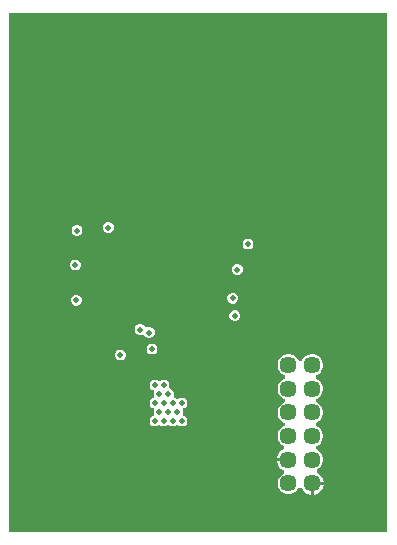
<source format=gbr>
%TF.GenerationSoftware,Altium Limited,Altium Designer,24.10.1 (45)*%
G04 Layer_Physical_Order=2*
G04 Layer_Color=36540*
%FSLAX45Y45*%
%MOMM*%
%TF.SameCoordinates,BD69F3EC-0890-4BE1-91DE-E58431A91F3E*%
%TF.FilePolarity,Positive*%
%TF.FileFunction,Copper,L2,Inr,Signal*%
%TF.Part,Single*%
G01*
G75*
%TA.AperFunction,ComponentPad*%
%ADD35C,1.44780*%
%ADD36C,0.50800*%
%TA.AperFunction,ViaPad*%
%ADD37C,0.50800*%
G36*
X1930400Y-2108200D02*
X-1270000D01*
Y2286000D01*
X1930400D01*
Y-2108200D01*
D02*
G37*
%LPC*%
G36*
X-422769Y515300D02*
X-440831D01*
X-457517Y508388D01*
X-470288Y495617D01*
X-477200Y478931D01*
Y460869D01*
X-470288Y444183D01*
X-457517Y431412D01*
X-440831Y424500D01*
X-422769D01*
X-406083Y431412D01*
X-393312Y444183D01*
X-386400Y460869D01*
Y478931D01*
X-393312Y495617D01*
X-406083Y508388D01*
X-422769Y515300D01*
D02*
G37*
G36*
X-689469Y489900D02*
X-707531D01*
X-724217Y482988D01*
X-736988Y470217D01*
X-743900Y453531D01*
Y435469D01*
X-736988Y418783D01*
X-724217Y406012D01*
X-707531Y399100D01*
X-689469D01*
X-672783Y406012D01*
X-660012Y418783D01*
X-653100Y435469D01*
Y453531D01*
X-660012Y470217D01*
X-672783Y482988D01*
X-689469Y489900D01*
D02*
G37*
G36*
X758331Y375600D02*
X740269D01*
X723583Y368688D01*
X710812Y355917D01*
X703900Y339231D01*
Y321169D01*
X710812Y304483D01*
X723583Y291712D01*
X740269Y284800D01*
X758331D01*
X775017Y291712D01*
X787788Y304483D01*
X794700Y321169D01*
Y339231D01*
X787788Y355917D01*
X775017Y368688D01*
X758331Y375600D01*
D02*
G37*
G36*
X-702169Y197800D02*
X-720231D01*
X-736917Y190888D01*
X-749688Y178117D01*
X-756600Y161431D01*
Y143369D01*
X-749688Y126683D01*
X-736917Y113912D01*
X-720231Y107000D01*
X-702169D01*
X-685483Y113912D01*
X-672712Y126683D01*
X-665800Y143369D01*
Y161431D01*
X-672712Y178117D01*
X-685483Y190888D01*
X-702169Y197800D01*
D02*
G37*
G36*
X669431Y159700D02*
X651369D01*
X634683Y152788D01*
X621912Y140017D01*
X615000Y123331D01*
Y105269D01*
X621912Y88583D01*
X634683Y75812D01*
X651369Y68900D01*
X669431D01*
X686117Y75812D01*
X698888Y88583D01*
X705800Y105269D01*
Y123331D01*
X698888Y140017D01*
X686117Y152788D01*
X669431Y159700D01*
D02*
G37*
G36*
X630115Y-84186D02*
X612053D01*
X595367Y-91098D01*
X582596Y-103869D01*
X575684Y-120555D01*
Y-138617D01*
X582596Y-155303D01*
X595367Y-168074D01*
X612053Y-174986D01*
X630115D01*
X646801Y-168074D01*
X659572Y-155303D01*
X666484Y-138617D01*
Y-120555D01*
X659572Y-103869D01*
X646801Y-91098D01*
X630115Y-84186D01*
D02*
G37*
G36*
X-694549Y-101920D02*
X-712611D01*
X-729297Y-108832D01*
X-742068Y-121603D01*
X-748980Y-138289D01*
Y-156351D01*
X-742068Y-173037D01*
X-729297Y-185808D01*
X-712611Y-192720D01*
X-694549D01*
X-677863Y-185808D01*
X-665092Y-173037D01*
X-658180Y-156351D01*
Y-138289D01*
X-665092Y-121603D01*
X-677863Y-108832D01*
X-694549Y-101920D01*
D02*
G37*
G36*
X646021Y-230322D02*
X627959D01*
X611273Y-237233D01*
X598502Y-250005D01*
X591590Y-266691D01*
Y-284752D01*
X598502Y-301439D01*
X611273Y-314210D01*
X627959Y-321122D01*
X646021D01*
X662707Y-314210D01*
X675478Y-301439D01*
X682390Y-284752D01*
Y-266691D01*
X675478Y-250005D01*
X662707Y-237233D01*
X646021Y-230322D01*
D02*
G37*
G36*
X-156069Y-348300D02*
X-174131D01*
X-190817Y-355212D01*
X-203588Y-367983D01*
X-210500Y-384669D01*
Y-402731D01*
X-203588Y-419417D01*
X-190817Y-432188D01*
X-174131Y-439100D01*
X-156069D01*
X-139383Y-432188D01*
X-125488Y-444817D01*
X-112717Y-457588D01*
X-96031Y-464500D01*
X-77969D01*
X-61283Y-457588D01*
X-48512Y-444817D01*
X-41600Y-428131D01*
Y-410069D01*
X-48512Y-393383D01*
X-61283Y-380612D01*
X-77969Y-373700D01*
X-96031D01*
X-112717Y-380612D01*
X-126612Y-367983D01*
X-139383Y-355212D01*
X-156069Y-348300D01*
D02*
G37*
G36*
X-54469Y-513400D02*
X-72531D01*
X-89217Y-520312D01*
X-101988Y-533083D01*
X-108900Y-549769D01*
Y-567831D01*
X-101988Y-584517D01*
X-89217Y-597288D01*
X-72531Y-604200D01*
X-54469D01*
X-37783Y-597288D01*
X-25012Y-584517D01*
X-18100Y-567831D01*
Y-549769D01*
X-25012Y-533083D01*
X-37783Y-520312D01*
X-54469Y-513400D01*
D02*
G37*
G36*
X-321169Y-564200D02*
X-339231D01*
X-355917Y-571112D01*
X-368688Y-583883D01*
X-375600Y-600569D01*
Y-618631D01*
X-368688Y-635317D01*
X-355917Y-648088D01*
X-339231Y-655000D01*
X-321169D01*
X-304483Y-648088D01*
X-291712Y-635317D01*
X-284800Y-618631D01*
Y-600569D01*
X-291712Y-583883D01*
X-304483Y-571112D01*
X-321169Y-564200D01*
D02*
G37*
G36*
X1304363Y-603010D02*
X1280037D01*
X1256539Y-609306D01*
X1235471Y-621469D01*
X1218270Y-638671D01*
X1206106Y-659739D01*
X1205348Y-662568D01*
X1179052D01*
X1178294Y-659739D01*
X1166131Y-638671D01*
X1148929Y-621469D01*
X1127861Y-609306D01*
X1104363Y-603010D01*
X1080037D01*
X1056539Y-609306D01*
X1035471Y-621469D01*
X1018269Y-638671D01*
X1006106Y-659739D01*
X999810Y-683237D01*
Y-707563D01*
X1006106Y-731061D01*
X1018269Y-752129D01*
X1035471Y-769330D01*
X1056539Y-781494D01*
X1059368Y-782252D01*
Y-808548D01*
X1056539Y-809306D01*
X1035471Y-821470D01*
X1018269Y-838671D01*
X1006106Y-859739D01*
X999810Y-883237D01*
Y-907563D01*
X1006106Y-931061D01*
X1018269Y-952129D01*
X1035471Y-969331D01*
X1056539Y-981494D01*
X1059368Y-982252D01*
Y-1008548D01*
X1056539Y-1009306D01*
X1035471Y-1021469D01*
X1018269Y-1038671D01*
X1006106Y-1059739D01*
X999810Y-1083237D01*
Y-1107563D01*
X1006106Y-1131061D01*
X1018269Y-1152129D01*
X1035471Y-1169330D01*
X1056539Y-1181494D01*
X1059368Y-1182252D01*
Y-1208548D01*
X1056539Y-1209306D01*
X1035471Y-1221469D01*
X1018269Y-1238671D01*
X1006106Y-1259739D01*
X999810Y-1283237D01*
Y-1307563D01*
X1006106Y-1331061D01*
X1018269Y-1352129D01*
X1035471Y-1369331D01*
X1051719Y-1378711D01*
X1053474Y-1395109D01*
X1050956Y-1406294D01*
X1032156Y-1417148D01*
X1013948Y-1435356D01*
X1001074Y-1457654D01*
X994410Y-1482526D01*
Y-1482700D01*
X1092200D01*
Y-1508100D01*
X994410D01*
Y-1508274D01*
X1001074Y-1533145D01*
X1013948Y-1555444D01*
X1032156Y-1573651D01*
X1050956Y-1584506D01*
X1053474Y-1595690D01*
X1051719Y-1612089D01*
X1035471Y-1621469D01*
X1018269Y-1638671D01*
X1006106Y-1659739D01*
X999810Y-1683237D01*
Y-1707563D01*
X1006106Y-1731061D01*
X1018269Y-1752129D01*
X1035471Y-1769330D01*
X1056539Y-1781494D01*
X1080037Y-1787790D01*
X1104363D01*
X1127861Y-1781494D01*
X1148929Y-1769330D01*
X1166131Y-1752129D01*
X1175511Y-1735881D01*
X1191909Y-1734126D01*
X1203094Y-1736644D01*
X1213949Y-1755444D01*
X1232156Y-1773652D01*
X1254455Y-1786526D01*
X1279326Y-1793190D01*
X1279500D01*
Y-1695401D01*
X1292200D01*
Y-1682701D01*
X1389990D01*
Y-1682526D01*
X1383326Y-1657655D01*
X1370452Y-1635356D01*
X1352244Y-1617148D01*
X1333444Y-1606294D01*
X1330926Y-1595109D01*
X1332681Y-1578711D01*
X1348929Y-1569330D01*
X1366131Y-1552129D01*
X1378294Y-1531061D01*
X1384590Y-1507563D01*
Y-1483237D01*
X1378294Y-1459739D01*
X1366131Y-1438671D01*
X1348929Y-1421469D01*
X1327861Y-1409306D01*
X1325032Y-1408548D01*
Y-1382252D01*
X1327861Y-1381494D01*
X1348929Y-1369331D01*
X1366131Y-1352129D01*
X1378294Y-1331061D01*
X1384590Y-1307563D01*
Y-1283237D01*
X1378294Y-1259739D01*
X1366131Y-1238671D01*
X1348929Y-1221469D01*
X1327861Y-1209306D01*
X1325032Y-1208548D01*
Y-1182252D01*
X1327861Y-1181494D01*
X1348929Y-1169330D01*
X1366131Y-1152129D01*
X1378294Y-1131061D01*
X1384590Y-1107563D01*
Y-1083237D01*
X1378294Y-1059739D01*
X1366131Y-1038671D01*
X1348929Y-1021469D01*
X1327861Y-1009306D01*
X1325032Y-1008548D01*
Y-982252D01*
X1327861Y-981494D01*
X1348929Y-969331D01*
X1366131Y-952129D01*
X1378294Y-931061D01*
X1384590Y-907563D01*
Y-883237D01*
X1378294Y-859739D01*
X1366131Y-838671D01*
X1348929Y-821470D01*
X1327861Y-809306D01*
X1325032Y-808548D01*
Y-782252D01*
X1327861Y-781494D01*
X1348929Y-769330D01*
X1366131Y-752129D01*
X1378294Y-731061D01*
X1384590Y-707563D01*
Y-683237D01*
X1378294Y-659739D01*
X1366131Y-638671D01*
X1348929Y-621469D01*
X1327861Y-609306D01*
X1304363Y-603010D01*
D02*
G37*
G36*
X47131Y-818200D02*
X29069D01*
X12383Y-825112D01*
X0Y-837495D01*
X-12383Y-825112D01*
X-29069Y-818200D01*
X-47131D01*
X-63817Y-825112D01*
X-76588Y-837883D01*
X-83500Y-854569D01*
Y-872631D01*
X-76588Y-889317D01*
X-63817Y-902088D01*
X-59637Y-903820D01*
X-47057Y-909925D01*
X-45400Y-930770D01*
Y-948830D01*
X-47057Y-969675D01*
X-59637Y-975780D01*
X-63817Y-977512D01*
X-76588Y-990283D01*
X-83500Y-1006969D01*
Y-1025031D01*
X-76588Y-1041717D01*
X-63817Y-1054488D01*
X-59637Y-1056220D01*
X-47057Y-1062325D01*
X-45400Y-1083170D01*
Y-1101230D01*
X-47057Y-1122075D01*
X-59637Y-1128180D01*
X-63817Y-1129912D01*
X-76588Y-1142683D01*
X-83500Y-1159369D01*
Y-1177431D01*
X-76588Y-1194117D01*
X-63817Y-1206888D01*
X-47131Y-1213800D01*
X-29069D01*
X-12383Y-1206888D01*
X0Y-1194505D01*
X12383Y-1206888D01*
X29069Y-1213800D01*
X47131D01*
X63817Y-1206888D01*
X76200Y-1194505D01*
X88583Y-1206888D01*
X105269Y-1213800D01*
X123331D01*
X140017Y-1206888D01*
X152400Y-1194505D01*
X164783Y-1206888D01*
X181469Y-1213800D01*
X199531D01*
X216217Y-1206888D01*
X228988Y-1194117D01*
X235900Y-1177431D01*
Y-1159369D01*
X228988Y-1142683D01*
X216217Y-1129912D01*
X212037Y-1128180D01*
X199457Y-1122075D01*
X197800Y-1101230D01*
Y-1083170D01*
X199457Y-1062325D01*
X212037Y-1056220D01*
X216217Y-1054488D01*
X228988Y-1041717D01*
X235900Y-1025031D01*
Y-1006969D01*
X228988Y-990283D01*
X216217Y-977512D01*
X199531Y-970600D01*
X181469D01*
X164783Y-977512D01*
X152400Y-989895D01*
X140017Y-977512D01*
X135837Y-975780D01*
X123257Y-969675D01*
X121600Y-948830D01*
Y-930769D01*
X114688Y-914083D01*
X101917Y-901312D01*
X97737Y-899580D01*
X85157Y-893475D01*
X83500Y-872630D01*
Y-854569D01*
X76588Y-837883D01*
X63817Y-825112D01*
X47131Y-818200D01*
D02*
G37*
G36*
X1389990Y-1708101D02*
X1304900D01*
Y-1793190D01*
X1305074D01*
X1329946Y-1786526D01*
X1352244Y-1773652D01*
X1370452Y-1755444D01*
X1383326Y-1733145D01*
X1389990Y-1708274D01*
Y-1708101D01*
D02*
G37*
%LPD*%
D35*
X1292200Y-1695400D02*
D03*
X1092200D02*
D03*
X1292200Y-1495400D02*
D03*
X1092200D02*
D03*
X1292200Y-1295400D02*
D03*
X1092200D02*
D03*
X1292200Y-1095400D02*
D03*
X1092200D02*
D03*
X1292200Y-895400D02*
D03*
X1092200D02*
D03*
X1292200Y-695400D02*
D03*
X1092200D02*
D03*
D36*
X-111910Y108166D02*
D03*
X-33170D02*
D03*
X45570D02*
D03*
X124310D02*
D03*
X-111910Y29426D02*
D03*
X-33170D02*
D03*
X45570D02*
D03*
X124310D02*
D03*
X-111910Y-49314D02*
D03*
X-33170D02*
D03*
X45570D02*
D03*
X124310D02*
D03*
X-111910Y-128054D02*
D03*
X-33170D02*
D03*
X45570D02*
D03*
X124310D02*
D03*
D37*
X1790700Y2133600D02*
D03*
Y2006600D02*
D03*
Y1879600D02*
D03*
Y1752600D02*
D03*
Y1625600D02*
D03*
Y1498600D02*
D03*
Y1371600D02*
D03*
Y1244600D02*
D03*
Y1117600D02*
D03*
Y990600D02*
D03*
Y863600D02*
D03*
Y736600D02*
D03*
Y609600D02*
D03*
Y482600D02*
D03*
Y355600D02*
D03*
Y228600D02*
D03*
Y101600D02*
D03*
Y-25400D02*
D03*
Y-152400D02*
D03*
Y-279400D02*
D03*
Y-406400D02*
D03*
Y-533400D02*
D03*
Y-660400D02*
D03*
Y-787400D02*
D03*
Y-914400D02*
D03*
Y-1041400D02*
D03*
Y-1168400D02*
D03*
Y-1295400D02*
D03*
Y-1422400D02*
D03*
Y-1549400D02*
D03*
Y-1676400D02*
D03*
Y-1803400D02*
D03*
Y-1930400D02*
D03*
X1663700Y2133600D02*
D03*
Y2006600D02*
D03*
Y1879600D02*
D03*
Y1752600D02*
D03*
Y1625600D02*
D03*
Y1498600D02*
D03*
Y1371600D02*
D03*
Y1244600D02*
D03*
Y1117600D02*
D03*
Y990600D02*
D03*
Y863600D02*
D03*
Y736600D02*
D03*
Y609600D02*
D03*
Y482600D02*
D03*
Y355600D02*
D03*
Y228600D02*
D03*
Y101600D02*
D03*
Y-25400D02*
D03*
Y-152400D02*
D03*
Y-279400D02*
D03*
Y-406400D02*
D03*
Y-533400D02*
D03*
Y-660400D02*
D03*
Y-787400D02*
D03*
Y-914400D02*
D03*
Y-1041400D02*
D03*
Y-1168400D02*
D03*
Y-1295400D02*
D03*
Y-1422400D02*
D03*
Y-1549400D02*
D03*
Y-1676400D02*
D03*
Y-1803400D02*
D03*
Y-1930400D02*
D03*
X1536700Y2133600D02*
D03*
Y2006600D02*
D03*
Y1879600D02*
D03*
Y1752600D02*
D03*
Y1625600D02*
D03*
Y1498600D02*
D03*
Y1371600D02*
D03*
Y1244600D02*
D03*
Y1117600D02*
D03*
Y990600D02*
D03*
Y863600D02*
D03*
Y736600D02*
D03*
Y609600D02*
D03*
Y482600D02*
D03*
Y355600D02*
D03*
Y228600D02*
D03*
Y101600D02*
D03*
Y-25400D02*
D03*
Y-152400D02*
D03*
Y-279400D02*
D03*
Y-406400D02*
D03*
Y-1422400D02*
D03*
Y-1549400D02*
D03*
Y-1676400D02*
D03*
Y-1803400D02*
D03*
Y-1930400D02*
D03*
X1409700Y2133600D02*
D03*
Y2006600D02*
D03*
Y1879600D02*
D03*
Y1752600D02*
D03*
Y1625600D02*
D03*
Y1498600D02*
D03*
Y1371600D02*
D03*
Y1244600D02*
D03*
Y1117600D02*
D03*
Y990600D02*
D03*
Y863600D02*
D03*
Y736600D02*
D03*
Y609600D02*
D03*
Y482600D02*
D03*
Y355600D02*
D03*
Y228600D02*
D03*
Y101600D02*
D03*
Y-25400D02*
D03*
Y-152400D02*
D03*
Y-279400D02*
D03*
Y-1930400D02*
D03*
X1282700Y2133600D02*
D03*
Y2006600D02*
D03*
Y1879600D02*
D03*
Y1752600D02*
D03*
Y1625600D02*
D03*
Y1498600D02*
D03*
Y1371600D02*
D03*
Y1244600D02*
D03*
Y1117600D02*
D03*
Y990600D02*
D03*
Y863600D02*
D03*
Y736600D02*
D03*
Y609600D02*
D03*
Y482600D02*
D03*
Y355600D02*
D03*
Y228600D02*
D03*
Y101600D02*
D03*
Y-25400D02*
D03*
Y-152400D02*
D03*
Y-1930400D02*
D03*
X1155700Y2133600D02*
D03*
Y2006600D02*
D03*
Y1879600D02*
D03*
Y1752600D02*
D03*
Y1625600D02*
D03*
Y1498600D02*
D03*
Y1371600D02*
D03*
Y1244600D02*
D03*
Y1117600D02*
D03*
Y990600D02*
D03*
Y863600D02*
D03*
Y736600D02*
D03*
Y609600D02*
D03*
Y-1930400D02*
D03*
X1028700Y2133600D02*
D03*
Y2006600D02*
D03*
Y1879600D02*
D03*
Y1752600D02*
D03*
Y1625600D02*
D03*
Y1498600D02*
D03*
Y1371600D02*
D03*
Y1244600D02*
D03*
Y990600D02*
D03*
Y863600D02*
D03*
Y736600D02*
D03*
Y-1930400D02*
D03*
X901700Y2133600D02*
D03*
Y2006600D02*
D03*
Y1879600D02*
D03*
Y1752600D02*
D03*
Y1625600D02*
D03*
Y1498600D02*
D03*
Y1371600D02*
D03*
Y863600D02*
D03*
Y736600D02*
D03*
Y-1422400D02*
D03*
Y-1803400D02*
D03*
Y-1930400D02*
D03*
X774700Y2133600D02*
D03*
Y2006600D02*
D03*
Y1879600D02*
D03*
Y1752600D02*
D03*
Y1625600D02*
D03*
Y1498600D02*
D03*
Y-1422400D02*
D03*
Y-1803400D02*
D03*
Y-1930400D02*
D03*
X647700Y2133600D02*
D03*
Y2006600D02*
D03*
Y1879600D02*
D03*
Y1752600D02*
D03*
Y1625600D02*
D03*
Y-1422400D02*
D03*
Y-1803400D02*
D03*
Y-1930400D02*
D03*
X520700Y2133600D02*
D03*
Y2006600D02*
D03*
Y1879600D02*
D03*
Y1752600D02*
D03*
Y1244600D02*
D03*
Y1117600D02*
D03*
Y-1422400D02*
D03*
Y-1803400D02*
D03*
Y-1930400D02*
D03*
X393700Y2133600D02*
D03*
Y2006600D02*
D03*
Y1879600D02*
D03*
Y1371600D02*
D03*
Y1244600D02*
D03*
Y1117600D02*
D03*
Y736600D02*
D03*
Y-1803400D02*
D03*
Y-1930400D02*
D03*
X266700Y2133600D02*
D03*
Y2006600D02*
D03*
Y1498600D02*
D03*
Y1371600D02*
D03*
Y1244600D02*
D03*
Y1117600D02*
D03*
Y-1803400D02*
D03*
Y-1930400D02*
D03*
X139700Y1244600D02*
D03*
Y1117600D02*
D03*
Y990600D02*
D03*
Y-1803400D02*
D03*
Y-1930400D02*
D03*
X12700Y1244600D02*
D03*
Y1117600D02*
D03*
Y990600D02*
D03*
Y-1676400D02*
D03*
Y-1803400D02*
D03*
Y-1930400D02*
D03*
X-114300Y1244600D02*
D03*
Y1117600D02*
D03*
Y990600D02*
D03*
Y-1422400D02*
D03*
Y-1549400D02*
D03*
Y-1676400D02*
D03*
Y-1803400D02*
D03*
Y-1930400D02*
D03*
X-241300Y1244600D02*
D03*
Y1117600D02*
D03*
Y990600D02*
D03*
Y-1422400D02*
D03*
Y-1549400D02*
D03*
Y-1676400D02*
D03*
Y-1803400D02*
D03*
Y-1930400D02*
D03*
X-368300Y1244600D02*
D03*
Y1117600D02*
D03*
Y990600D02*
D03*
Y-1422400D02*
D03*
Y-1549400D02*
D03*
Y-1676400D02*
D03*
Y-1803400D02*
D03*
Y-1930400D02*
D03*
X-495300Y1244600D02*
D03*
Y1117600D02*
D03*
Y990600D02*
D03*
Y863600D02*
D03*
Y-1422400D02*
D03*
Y-1549400D02*
D03*
Y-1676400D02*
D03*
Y-1803400D02*
D03*
Y-1930400D02*
D03*
X-622300Y1244600D02*
D03*
Y1117600D02*
D03*
Y990600D02*
D03*
Y863600D02*
D03*
Y736600D02*
D03*
Y609600D02*
D03*
Y-1422400D02*
D03*
Y-1549400D02*
D03*
Y-1676400D02*
D03*
Y-1803400D02*
D03*
Y-1930400D02*
D03*
X-749300Y1244600D02*
D03*
Y1117600D02*
D03*
Y990600D02*
D03*
Y863600D02*
D03*
Y736600D02*
D03*
Y609600D02*
D03*
Y-1422400D02*
D03*
Y-1549400D02*
D03*
Y-1676400D02*
D03*
Y-1803400D02*
D03*
Y-1930400D02*
D03*
X-876300Y2133600D02*
D03*
Y2006600D02*
D03*
Y1879600D02*
D03*
Y1752600D02*
D03*
Y1625600D02*
D03*
Y1498600D02*
D03*
Y1371600D02*
D03*
Y1244600D02*
D03*
Y1117600D02*
D03*
Y990600D02*
D03*
Y863600D02*
D03*
Y736600D02*
D03*
Y609600D02*
D03*
Y-1422400D02*
D03*
Y-1549400D02*
D03*
Y-1676400D02*
D03*
Y-1803400D02*
D03*
Y-1930400D02*
D03*
X-1003300Y2133600D02*
D03*
Y2006600D02*
D03*
Y1879600D02*
D03*
Y1752600D02*
D03*
Y1625600D02*
D03*
Y1498600D02*
D03*
Y1371600D02*
D03*
Y1244600D02*
D03*
Y1117600D02*
D03*
Y990600D02*
D03*
Y863600D02*
D03*
Y736600D02*
D03*
Y609600D02*
D03*
Y482600D02*
D03*
Y355600D02*
D03*
Y228600D02*
D03*
Y101600D02*
D03*
Y-25400D02*
D03*
Y-152400D02*
D03*
Y-279400D02*
D03*
Y-406400D02*
D03*
Y-533400D02*
D03*
Y-660400D02*
D03*
Y-787400D02*
D03*
Y-914400D02*
D03*
Y-1041400D02*
D03*
Y-1168400D02*
D03*
Y-1295400D02*
D03*
Y-1422400D02*
D03*
Y-1549400D02*
D03*
Y-1676400D02*
D03*
Y-1803400D02*
D03*
Y-1930400D02*
D03*
X-1130300Y2133600D02*
D03*
Y2006600D02*
D03*
Y1879600D02*
D03*
Y1752600D02*
D03*
Y1625600D02*
D03*
Y1498600D02*
D03*
Y1371600D02*
D03*
Y1244600D02*
D03*
Y1117600D02*
D03*
Y990600D02*
D03*
Y863600D02*
D03*
Y736600D02*
D03*
Y609600D02*
D03*
Y482600D02*
D03*
Y355600D02*
D03*
Y228600D02*
D03*
Y101600D02*
D03*
Y-25400D02*
D03*
Y-152400D02*
D03*
Y-279400D02*
D03*
Y-406400D02*
D03*
Y-533400D02*
D03*
Y-660400D02*
D03*
Y-787400D02*
D03*
Y-914400D02*
D03*
Y-1041400D02*
D03*
Y-1168400D02*
D03*
Y-1295400D02*
D03*
Y-1422400D02*
D03*
Y-1549400D02*
D03*
Y-1676400D02*
D03*
Y-1803400D02*
D03*
Y-1930400D02*
D03*
X314960Y822960D02*
D03*
X621084Y-129586D02*
D03*
X-292100Y-254000D02*
D03*
X-431800Y469900D02*
D03*
X-203200Y-558800D02*
D03*
X-87000Y-419100D02*
D03*
X304800Y-743900D02*
D03*
X636990Y-275722D02*
D03*
X-63500Y-558800D02*
D03*
X-165100Y-393700D02*
D03*
X38100Y-1168400D02*
D03*
X-38100D02*
D03*
X736600Y-203200D02*
D03*
X749300Y-63500D02*
D03*
X317500Y-977900D02*
D03*
X-266700Y-660400D02*
D03*
X-609600Y-977900D02*
D03*
X-698500Y-876300D02*
D03*
X-838200Y-685800D02*
D03*
X-927100Y-584200D02*
D03*
X1028700Y1117600D02*
D03*
X-508000Y660400D02*
D03*
X-419100Y736600D02*
D03*
X254000Y-1447800D02*
D03*
X-114300Y889000D02*
D03*
X-254000D02*
D03*
X-736600Y-342900D02*
D03*
X-825500Y-254000D02*
D03*
X-736600Y-38100D02*
D03*
Y50800D02*
D03*
X-723900Y254000D02*
D03*
Y355600D02*
D03*
X457200Y203200D02*
D03*
X1079500Y546100D02*
D03*
X1092200Y419100D02*
D03*
X990600Y317500D02*
D03*
X546100Y266700D02*
D03*
X749300Y25400D02*
D03*
Y330200D02*
D03*
X-711200Y152400D02*
D03*
X-533400Y-406400D02*
D03*
X660400Y114300D02*
D03*
X-703580Y-147320D02*
D03*
X190500Y-1016000D02*
D03*
Y-1168400D02*
D03*
X114300Y-1016000D02*
D03*
X152400Y-1092200D02*
D03*
X114300Y-1168400D02*
D03*
X38100Y-863600D02*
D03*
X76200Y-939800D02*
D03*
X38100Y-1016000D02*
D03*
X76200Y-1092200D02*
D03*
X-38100Y-863600D02*
D03*
X0Y-939800D02*
D03*
X-38100Y-1016000D02*
D03*
X0Y-1092200D02*
D03*
X-698500Y444500D02*
D03*
X-330200Y-609600D02*
D03*
%TF.MD5,59f19a59333bbc4fe19c8482e3d99829*%
M02*

</source>
